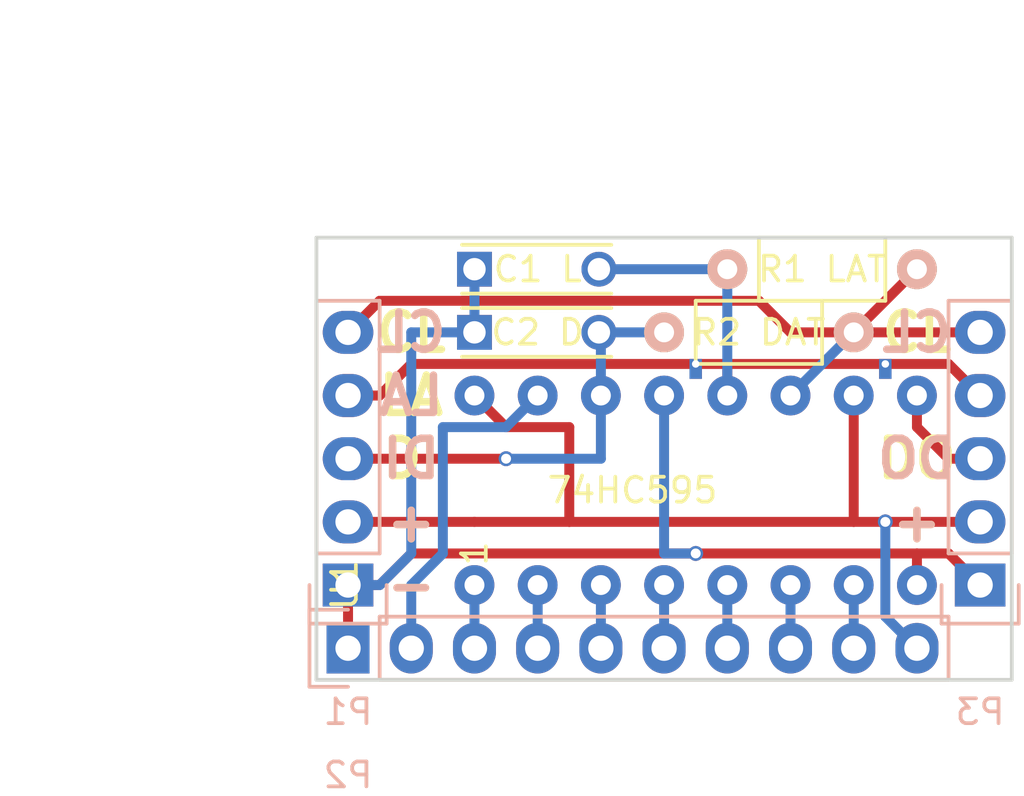
<source format=kicad_pcb>
(kicad_pcb (version 4) (host pcbnew 4.0.4-stable)

  (general
    (links 30)
    (no_connects 0)
    (area 90.094999 92.634999 118.185001 110.565001)
    (thickness 1.6)
    (drawings 22)
    (tracks 66)
    (zones 0)
    (modules 10)
    (nets 15)
  )

  (page A4)
  (layers
    (0 F.Cu signal)
    (31 B.Cu signal)
    (32 B.Adhes user)
    (33 F.Adhes user)
    (34 B.Paste user)
    (35 F.Paste user)
    (36 B.SilkS user)
    (37 F.SilkS user)
    (38 B.Mask user hide)
    (39 F.Mask user hide)
    (40 Dwgs.User user hide)
    (41 Cmts.User user hide)
    (42 Eco1.User user hide)
    (43 Eco2.User user hide)
    (44 Edge.Cuts user)
    (45 Margin user hide)
    (46 B.CrtYd user hide)
    (47 F.CrtYd user hide)
    (48 B.Fab user hide)
    (49 F.Fab user hide)
  )

  (setup
    (last_trace_width 0.25)
    (trace_clearance 0.2)
    (zone_clearance 0.508)
    (zone_45_only no)
    (trace_min 0.2)
    (segment_width 0.2)
    (edge_width 0.15)
    (via_size 0.6)
    (via_drill 0.4)
    (via_min_size 0.4)
    (via_min_drill 0.3)
    (uvia_size 0.3)
    (uvia_drill 0.1)
    (uvias_allowed no)
    (uvia_min_size 0.2)
    (uvia_min_drill 0.1)
    (pcb_text_width 0.3)
    (pcb_text_size 1.5 1.5)
    (mod_edge_width 0.15)
    (mod_text_size 1 1)
    (mod_text_width 0.15)
    (pad_size 1.6 1.6)
    (pad_drill 0.8)
    (pad_to_mask_clearance 0.2)
    (aux_axis_origin 0 0)
    (visible_elements 7FFFFFFF)
    (pcbplotparams
      (layerselection 0x00030_80000001)
      (usegerberextensions false)
      (excludeedgelayer true)
      (linewidth 0.100000)
      (plotframeref false)
      (viasonmask false)
      (mode 1)
      (useauxorigin false)
      (hpglpennumber 1)
      (hpglpenspeed 20)
      (hpglpendiameter 15)
      (hpglpenoverlay 2)
      (psnegative false)
      (psa4output false)
      (plotreference true)
      (plotvalue true)
      (plotinvisibletext false)
      (padsonsilk false)
      (subtractmaskfromsilk false)
      (outputformat 1)
      (mirror false)
      (drillshape 1)
      (scaleselection 1)
      (outputdirectory ""))
  )

  (net 0 "")
  (net 1 GND)
  (net 2 "Net-(CS1-Pad2)")
  (net 3 "Net-(CT1-Pad2)")
  (net 4 VCC)
  (net 5 "Net-(P1-Pad5)")
  (net 6 "Net-(P2-Pad2)")
  (net 7 "Net-(P2-Pad3)")
  (net 8 "Net-(P2-Pad4)")
  (net 9 "Net-(P2-Pad5)")
  (net 10 "Net-(P2-Pad6)")
  (net 11 "Net-(P2-Pad7)")
  (net 12 "Net-(P2-Pad8)")
  (net 13 "Net-(P2-Pad9)")
  (net 14 "Net-(P3-Pad3)")

  (net_class Default "Toto je výchozí třída sítě."
    (clearance 0.2)
    (trace_width 0.25)
    (via_dia 0.6)
    (via_drill 0.4)
    (uvia_dia 0.3)
    (uvia_drill 0.1)
  )

  (net_class 1mm ""
    (clearance 0.2)
    (trace_width 0.4)
    (via_dia 0.6)
    (via_drill 0.4)
    (uvia_dia 0.3)
    (uvia_drill 0.1)
    (add_net GND)
    (add_net "Net-(CS1-Pad2)")
    (add_net "Net-(CT1-Pad2)")
    (add_net "Net-(P1-Pad5)")
    (add_net "Net-(P2-Pad2)")
    (add_net "Net-(P2-Pad3)")
    (add_net "Net-(P2-Pad4)")
    (add_net "Net-(P2-Pad5)")
    (add_net "Net-(P2-Pad6)")
    (add_net "Net-(P2-Pad7)")
    (add_net "Net-(P2-Pad8)")
    (add_net "Net-(P2-Pad9)")
    (add_net "Net-(P3-Pad3)")
    (add_net VCC)
  )

  (module Measurement_Points:Measurement_Point_Square-TH_Small (layer F.Cu) (tedit 583C8C2C) (tstamp 583C8BB9)
    (at 105.41 97.79)
    (descr "Mesurement Point, Square, Trough Hole,  1.5mm x 1.5mm, Drill 0.8mm,")
    (tags "Mesurement Point Square Trough Hole 1.5x1.5mm Drill 0.8mm")
    (attr virtual)
    (fp_text reference "" (at 0 -2) (layer F.SilkS) hide
      (effects (font (size 1 1) (thickness 0.15)))
    )
    (fp_text value " " (at 0 2) (layer F.Fab)
      (effects (font (size 1 1) (thickness 0.15)))
    )
    (fp_line (start -1 -1) (end 1 -1) (layer F.CrtYd) (width 0.05))
    (fp_line (start 1 -1) (end 1 1) (layer F.CrtYd) (width 0.05))
    (fp_line (start 1 1) (end -1 1) (layer F.CrtYd) (width 0.05))
    (fp_line (start -1 1) (end -1 -1) (layer F.CrtYd) (width 0.05))
    (pad 1 thru_hole rect (at 0 0) (size 0.5 0.8) (drill 0.3 (offset 0 0.2)) (layers *.Cu *.Mask))
  )

  (module Measurement_Points:Measurement_Point_Square-TH_Small (layer F.Cu) (tedit 583C8C50) (tstamp 583C86F2)
    (at 113.03 97.79)
    (descr "Mesurement Point, Square, Trough Hole,  1.5mm x 1.5mm, Drill 0.8mm,")
    (tags "Mesurement Point Square Trough Hole 1.5x1.5mm Drill 0.8mm")
    (attr virtual)
    (fp_text reference "" (at 0 -2) (layer F.SilkS) hide
      (effects (font (size 1 1) (thickness 0.15)))
    )
    (fp_text value "" (at 0 2) (layer F.Fab)
      (effects (font (size 1 1) (thickness 0.15)))
    )
    (fp_line (start -1 -1) (end 1 -1) (layer F.CrtYd) (width 0.05))
    (fp_line (start 1 -1) (end 1 1) (layer F.CrtYd) (width 0.05))
    (fp_line (start 1 1) (end -1 1) (layer F.CrtYd) (width 0.05))
    (fp_line (start -1 1) (end -1 -1) (layer F.CrtYd) (width 0.05))
    (pad 1 thru_hole rect (at 0 0) (size 0.5 0.8) (drill 0.3 (offset 0 0.2)) (layers *.Cu *.Mask))
  )

  (module Housings_DIP:DIP-16_W7.62mm (layer F.Cu) (tedit 583C8151) (tstamp 583ACE56)
    (at 96.52 106.68 90)
    (descr "16-lead dip package, row spacing 7.62 mm (300 mils)")
    (tags "dil dip 2.54 300")
    (path /583ACC67)
    (fp_text reference U1 (at 0 -5.22 90) (layer F.SilkS)
      (effects (font (size 1 1) (thickness 0.15)))
    )
    (fp_text value 74HC595 (at 3.81 6.35 180) (layer F.SilkS)
      (effects (font (size 1 1) (thickness 0.15)))
    )
    (fp_text user 1 (at 1.27 0 90) (layer F.SilkS)
      (effects (font (size 1 1) (thickness 0.15)))
    )
    (fp_line (start -1.05 -2.45) (end -1.05 20.25) (layer F.CrtYd) (width 0.05))
    (fp_line (start 8.65 -2.45) (end 8.65 20.25) (layer F.CrtYd) (width 0.05))
    (fp_line (start -1.05 -2.45) (end 8.65 -2.45) (layer F.CrtYd) (width 0.05))
    (fp_line (start -1.05 20.25) (end 8.65 20.25) (layer F.CrtYd) (width 0.05))
    (pad 1 thru_hole oval (at 0 0 90) (size 1.6 1.6) (drill 0.8) (layers *.Cu *.Mask)
      (net 7 "Net-(P2-Pad3)"))
    (pad 2 thru_hole oval (at 0 2.54 90) (size 1.6 1.6) (drill 0.8) (layers *.Cu *.Mask)
      (net 8 "Net-(P2-Pad4)"))
    (pad 3 thru_hole oval (at 0 5.08 90) (size 1.6 1.6) (drill 0.8) (layers *.Cu *.Mask)
      (net 9 "Net-(P2-Pad5)"))
    (pad 4 thru_hole oval (at 0 7.62 90) (size 1.6 1.6) (drill 0.8) (layers *.Cu *.Mask)
      (net 10 "Net-(P2-Pad6)"))
    (pad 5 thru_hole oval (at 0 10.16 90) (size 1.6 1.6) (drill 0.8) (layers *.Cu *.Mask)
      (net 11 "Net-(P2-Pad7)"))
    (pad 6 thru_hole oval (at 0 12.7 90) (size 1.6 1.6) (drill 0.8) (layers *.Cu *.Mask)
      (net 12 "Net-(P2-Pad8)"))
    (pad 7 thru_hole oval (at 0 15.24 90) (size 1.6 1.6) (drill 0.8) (layers *.Cu *.Mask)
      (net 13 "Net-(P2-Pad9)"))
    (pad 8 thru_hole oval (at 0 17.78 90) (size 1.6 1.6) (drill 0.8) (layers *.Cu *.Mask)
      (net 1 GND))
    (pad 9 thru_hole oval (at 7.62 17.78 90) (size 1.6 1.6) (drill 0.8) (layers *.Cu *.Mask)
      (net 14 "Net-(P3-Pad3)"))
    (pad 10 thru_hole oval (at 7.62 15.24 90) (size 1.6 1.6) (drill 0.8) (layers *.Cu *.Mask)
      (net 4 VCC))
    (pad 11 thru_hole oval (at 7.62 12.7 90) (size 1.6 1.6) (drill 0.8) (layers *.Cu *.Mask)
      (net 5 "Net-(P1-Pad5)"))
    (pad 12 thru_hole oval (at 7.62 10.16 90) (size 1.6 1.6) (drill 0.8) (layers *.Cu *.Mask)
      (net 3 "Net-(CT1-Pad2)"))
    (pad 13 thru_hole oval (at 7.62 7.62 90) (size 1.6 1.6) (drill 0.8) (layers *.Cu *.Mask)
      (net 1 GND))
    (pad 14 thru_hole oval (at 7.62 5.08 90) (size 1.6 1.6) (drill 0.8) (layers *.Cu *.Mask)
      (net 2 "Net-(CS1-Pad2)"))
    (pad 15 thru_hole oval (at 7.62 2.54 90) (size 1.6 1.6) (drill 0.8) (layers *.Cu *.Mask)
      (net 6 "Net-(P2-Pad2)"))
    (pad 16 thru_hole oval (at 7.62 0 90) (size 1.6 1.6) (drill 0.8) (layers *.Cu *.Mask)
      (net 4 VCC))
    (model Housings_DIP.3dshapes/DIP-16_W7.62mm.wrl
      (at (xyz 0 0 0))
      (scale (xyz 1 1 1))
      (rotate (xyz 0 0 0))
    )
  )

  (module Capacitors_ThroughHole:C_Disc_D6_P5 (layer F.Cu) (tedit 583C75A1) (tstamp 583ACDCA)
    (at 96.52 96.52)
    (descr "Capacitor 6mm Disc, Pitch 5mm")
    (tags Capacitor)
    (path /583ACC75)
    (fp_text reference "C2 D" (at 2.54 0) (layer F.SilkS)
      (effects (font (size 1 1) (thickness 0.15)))
    )
    (fp_text value C (at 2.5 3.5) (layer F.Fab)
      (effects (font (size 1 1) (thickness 0.15)))
    )
    (fp_line (start -0.95 -2.5) (end 5.95 -2.5) (layer F.CrtYd) (width 0.05))
    (fp_line (start 5.95 -2.5) (end 5.95 2.5) (layer F.CrtYd) (width 0.05))
    (fp_line (start 5.95 2.5) (end -0.95 2.5) (layer F.CrtYd) (width 0.05))
    (fp_line (start -0.95 2.5) (end -0.95 -2.5) (layer F.CrtYd) (width 0.05))
    (fp_line (start -0.5 -0.98) (end 5.5 -0.98) (layer F.SilkS) (width 0.15))
    (fp_line (start 5.5 0.98) (end -0.5 0.98) (layer F.SilkS) (width 0.15))
    (pad 1 thru_hole rect (at 0 0) (size 1.4 1.4) (drill 0.9) (layers *.Cu *.Mask)
      (net 1 GND))
    (pad 2 thru_hole circle (at 5 0) (size 1.4 1.4) (drill 0.9) (layers *.Cu *.Mask)
      (net 2 "Net-(CS1-Pad2)"))
    (model Capacitors_ThroughHole.3dshapes/C_Disc_D6_P5.wrl
      (at (xyz 0.0984252 0 0))
      (scale (xyz 1 1 1))
      (rotate (xyz 0 0 0))
    )
  )

  (module Capacitors_ThroughHole:C_Disc_D6_P5 (layer F.Cu) (tedit 583C75B1) (tstamp 583ACDD6)
    (at 96.52 93.98)
    (descr "Capacitor 6mm Disc, Pitch 5mm")
    (tags Capacitor)
    (path /583ACC76)
    (fp_text reference "C1 L" (at 2.54 0) (layer F.SilkS)
      (effects (font (size 1 1) (thickness 0.15)))
    )
    (fp_text value C (at 2.5 3.5) (layer F.Fab)
      (effects (font (size 1 1) (thickness 0.15)))
    )
    (fp_line (start -0.95 -2.5) (end 5.95 -2.5) (layer F.CrtYd) (width 0.05))
    (fp_line (start 5.95 -2.5) (end 5.95 2.5) (layer F.CrtYd) (width 0.05))
    (fp_line (start 5.95 2.5) (end -0.95 2.5) (layer F.CrtYd) (width 0.05))
    (fp_line (start -0.95 2.5) (end -0.95 -2.5) (layer F.CrtYd) (width 0.05))
    (fp_line (start -0.5 -0.98) (end 5.5 -0.98) (layer F.SilkS) (width 0.15))
    (fp_line (start 5.5 0.98) (end -0.5 0.98) (layer F.SilkS) (width 0.15))
    (pad 1 thru_hole rect (at 0 0) (size 1.4 1.4) (drill 0.9) (layers *.Cu *.Mask)
      (net 1 GND))
    (pad 2 thru_hole circle (at 5 0) (size 1.4 1.4) (drill 0.9) (layers *.Cu *.Mask)
      (net 3 "Net-(CT1-Pad2)"))
    (model Capacitors_ThroughHole.3dshapes/C_Disc_D6_P5.wrl
      (at (xyz 0.0984252 0 0))
      (scale (xyz 1 1 1))
      (rotate (xyz 0 0 0))
    )
  )

  (module Pin_Headers:Pin_Header_Straight_1x05 (layer B.Cu) (tedit 583C7E49) (tstamp 583ACDEA)
    (at 91.44 106.68)
    (descr "Through hole pin header")
    (tags "pin header")
    (path /583ACC69)
    (fp_text reference P1 (at 0 5.1) (layer B.SilkS)
      (effects (font (size 1 1) (thickness 0.15)) (justify mirror))
    )
    (fp_text value CONN_01X05 (at 0 10.16) (layer B.Fab)
      (effects (font (size 1 1) (thickness 0.15)) (justify mirror))
    )
    (fp_line (start -1.55 0) (end -1.55 1.55) (layer B.SilkS) (width 0.15))
    (fp_line (start -1.55 1.55) (end 1.55 1.55) (layer B.SilkS) (width 0.15))
    (fp_line (start 1.55 1.55) (end 1.55 0) (layer B.SilkS) (width 0.15))
    (fp_line (start -1.75 1.75) (end -1.75 -11.95) (layer B.CrtYd) (width 0.05))
    (fp_line (start 1.75 1.75) (end 1.75 -11.95) (layer B.CrtYd) (width 0.05))
    (fp_line (start -1.75 1.75) (end 1.75 1.75) (layer B.CrtYd) (width 0.05))
    (fp_line (start -1.75 -11.95) (end 1.75 -11.95) (layer B.CrtYd) (width 0.05))
    (fp_line (start 1.27 -1.27) (end 1.27 -11.43) (layer B.SilkS) (width 0.15))
    (fp_line (start 1.27 -11.43) (end -1.27 -11.43) (layer B.SilkS) (width 0.15))
    (fp_line (start -1.27 -11.43) (end -1.27 -1.27) (layer B.SilkS) (width 0.15))
    (fp_line (start 1.27 -1.27) (end -1.27 -1.27) (layer B.SilkS) (width 0.15))
    (pad 1 thru_hole rect (at 0 0) (size 2.032 1.7272) (drill 1.016) (layers *.Cu *.Mask)
      (net 1 GND))
    (pad 2 thru_hole oval (at 0 -2.54) (size 2.032 1.7272) (drill 1.016) (layers *.Cu *.Mask)
      (net 4 VCC))
    (pad 3 thru_hole oval (at 0 -5.08) (size 2.032 1.7272) (drill 1.016) (layers *.Cu *.Mask)
      (net 2 "Net-(CS1-Pad2)"))
    (pad 4 thru_hole oval (at 0 -7.62) (size 2.032 1.7272) (drill 1.016) (layers *.Cu *.Mask)
      (net 3 "Net-(CT1-Pad2)"))
    (pad 5 thru_hole oval (at 0 -10.16) (size 2.032 1.7272) (drill 1.016) (layers *.Cu *.Mask)
      (net 5 "Net-(P1-Pad5)"))
    (model Pin_Headers.3dshapes/Pin_Header_Straight_1x05.wrl
      (at (xyz 0 -0.2 0))
      (scale (xyz 1 1 1))
      (rotate (xyz 0 0 90))
    )
  )

  (module Socket_Strips:Socket_Strip_Straight_1x10 (layer B.Cu) (tedit 583C7E4F) (tstamp 583ACE03)
    (at 91.44 109.22)
    (descr "Through hole socket strip")
    (tags "socket strip")
    (path /583ACC68)
    (fp_text reference P2 (at 0 5.1) (layer B.SilkS)
      (effects (font (size 1 1) (thickness 0.15)) (justify mirror))
    )
    (fp_text value CONN_01X10 (at 0 11.43) (layer B.Fab)
      (effects (font (size 1 1) (thickness 0.15)) (justify mirror))
    )
    (fp_line (start -1.75 1.75) (end -1.75 -1.75) (layer B.CrtYd) (width 0.05))
    (fp_line (start 24.65 1.75) (end 24.65 -1.75) (layer B.CrtYd) (width 0.05))
    (fp_line (start -1.75 1.75) (end 24.65 1.75) (layer B.CrtYd) (width 0.05))
    (fp_line (start -1.75 -1.75) (end 24.65 -1.75) (layer B.CrtYd) (width 0.05))
    (fp_line (start 1.27 -1.27) (end 24.13 -1.27) (layer B.SilkS) (width 0.15))
    (fp_line (start 24.13 -1.27) (end 24.13 1.27) (layer B.SilkS) (width 0.15))
    (fp_line (start 24.13 1.27) (end 1.27 1.27) (layer B.SilkS) (width 0.15))
    (fp_line (start -1.55 -1.55) (end 0 -1.55) (layer B.SilkS) (width 0.15))
    (fp_line (start 1.27 -1.27) (end 1.27 1.27) (layer B.SilkS) (width 0.15))
    (fp_line (start 0 1.55) (end -1.55 1.55) (layer B.SilkS) (width 0.15))
    (fp_line (start -1.55 1.55) (end -1.55 -1.55) (layer B.SilkS) (width 0.15))
    (pad 1 thru_hole rect (at 0 0) (size 1.7272 2.032) (drill 1.016) (layers *.Cu *.Mask)
      (net 1 GND))
    (pad 2 thru_hole oval (at 2.54 0) (size 1.7272 2.032) (drill 1.016) (layers *.Cu *.Mask)
      (net 6 "Net-(P2-Pad2)"))
    (pad 3 thru_hole oval (at 5.08 0) (size 1.7272 2.032) (drill 1.016) (layers *.Cu *.Mask)
      (net 7 "Net-(P2-Pad3)"))
    (pad 4 thru_hole oval (at 7.62 0) (size 1.7272 2.032) (drill 1.016) (layers *.Cu *.Mask)
      (net 8 "Net-(P2-Pad4)"))
    (pad 5 thru_hole oval (at 10.16 0) (size 1.7272 2.032) (drill 1.016) (layers *.Cu *.Mask)
      (net 9 "Net-(P2-Pad5)"))
    (pad 6 thru_hole oval (at 12.7 0) (size 1.7272 2.032) (drill 1.016) (layers *.Cu *.Mask)
      (net 10 "Net-(P2-Pad6)"))
    (pad 7 thru_hole oval (at 15.24 0) (size 1.7272 2.032) (drill 1.016) (layers *.Cu *.Mask)
      (net 11 "Net-(P2-Pad7)"))
    (pad 8 thru_hole oval (at 17.78 0) (size 1.7272 2.032) (drill 1.016) (layers *.Cu *.Mask)
      (net 12 "Net-(P2-Pad8)"))
    (pad 9 thru_hole oval (at 20.32 0) (size 1.7272 2.032) (drill 1.016) (layers *.Cu *.Mask)
      (net 13 "Net-(P2-Pad9)"))
    (pad 10 thru_hole oval (at 22.86 0) (size 1.7272 2.032) (drill 1.016) (layers *.Cu *.Mask)
      (net 4 VCC))
    (model Socket_Strips.3dshapes/Socket_Strip_Straight_1x10.wrl
      (at (xyz 0.45 0 0))
      (scale (xyz 1 1 1))
      (rotate (xyz 0 0 180))
    )
  )

  (module Pin_Headers:Pin_Header_Straight_1x05 (layer B.Cu) (tedit 583C7E2A) (tstamp 583ACE17)
    (at 116.84 106.68)
    (descr "Through hole pin header")
    (tags "pin header")
    (path /583ACC6A)
    (fp_text reference P3 (at 0 5.1) (layer B.SilkS)
      (effects (font (size 1 1) (thickness 0.15)) (justify mirror))
    )
    (fp_text value CONN_01X05 (at 0 10.16) (layer B.Fab)
      (effects (font (size 1 1) (thickness 0.15)) (justify mirror))
    )
    (fp_line (start -1.55 0) (end -1.55 1.55) (layer B.SilkS) (width 0.15))
    (fp_line (start -1.55 1.55) (end 1.55 1.55) (layer B.SilkS) (width 0.15))
    (fp_line (start 1.55 1.55) (end 1.55 0) (layer B.SilkS) (width 0.15))
    (fp_line (start -1.75 1.75) (end -1.75 -11.95) (layer B.CrtYd) (width 0.05))
    (fp_line (start 1.75 1.75) (end 1.75 -11.95) (layer B.CrtYd) (width 0.05))
    (fp_line (start -1.75 1.75) (end 1.75 1.75) (layer B.CrtYd) (width 0.05))
    (fp_line (start -1.75 -11.95) (end 1.75 -11.95) (layer B.CrtYd) (width 0.05))
    (fp_line (start 1.27 -1.27) (end 1.27 -11.43) (layer B.SilkS) (width 0.15))
    (fp_line (start 1.27 -11.43) (end -1.27 -11.43) (layer B.SilkS) (width 0.15))
    (fp_line (start -1.27 -11.43) (end -1.27 -1.27) (layer B.SilkS) (width 0.15))
    (fp_line (start 1.27 -1.27) (end -1.27 -1.27) (layer B.SilkS) (width 0.15))
    (pad 1 thru_hole rect (at 0 0) (size 2.032 1.7272) (drill 1.016) (layers *.Cu *.Mask)
      (net 1 GND))
    (pad 2 thru_hole oval (at 0 -2.54) (size 2.032 1.7272) (drill 1.016) (layers *.Cu *.Mask)
      (net 4 VCC))
    (pad 3 thru_hole oval (at 0 -5.08) (size 2.032 1.7272) (drill 1.016) (layers *.Cu *.Mask)
      (net 14 "Net-(P3-Pad3)"))
    (pad 4 thru_hole oval (at 0 -7.62) (size 2.032 1.7272) (drill 1.016) (layers *.Cu *.Mask)
      (net 3 "Net-(CT1-Pad2)"))
    (pad 5 thru_hole oval (at 0 -10.16) (size 2.032 1.7272) (drill 1.016) (layers *.Cu *.Mask)
      (net 5 "Net-(P1-Pad5)"))
    (model Pin_Headers.3dshapes/Pin_Header_Straight_1x05.wrl
      (at (xyz 0 -0.2 0))
      (scale (xyz 1 1 1))
      (rotate (xyz 0 0 90))
    )
  )

  (module Resistors_ThroughHole:Resistor_Horizontal_RM7mm (layer F.Cu) (tedit 583C7529) (tstamp 583AF6B4)
    (at 104.14 96.52)
    (descr "Resistor, Axial,  RM 7.62mm, 1/3W,")
    (tags "Resistor Axial RM 7.62mm 1/3W R3")
    (path /583ACC73)
    (fp_text reference "R2 DAT" (at 3.81 0) (layer F.SilkS)
      (effects (font (size 1 1) (thickness 0.15)))
    )
    (fp_text value R (at 3.81 3.81) (layer F.Fab)
      (effects (font (size 1 1) (thickness 0.15)))
    )
    (fp_line (start -1.25 -1.5) (end 8.85 -1.5) (layer F.CrtYd) (width 0.05))
    (fp_line (start -1.25 1.5) (end -1.25 -1.5) (layer F.CrtYd) (width 0.05))
    (fp_line (start 8.85 -1.5) (end 8.85 1.5) (layer F.CrtYd) (width 0.05))
    (fp_line (start -1.25 1.5) (end 8.85 1.5) (layer F.CrtYd) (width 0.05))
    (fp_line (start 1.27 -1.27) (end 6.35 -1.27) (layer F.SilkS) (width 0.15))
    (fp_line (start 6.35 -1.27) (end 6.35 1.27) (layer F.SilkS) (width 0.15))
    (fp_line (start 6.35 1.27) (end 1.27 1.27) (layer F.SilkS) (width 0.15))
    (fp_line (start 1.27 1.27) (end 1.27 -1.27) (layer F.SilkS) (width 0.15))
    (pad 1 thru_hole circle (at 0 0) (size 1.6 1.6) (drill 0.8) (layers *.Cu *.SilkS *.Mask)
      (net 2 "Net-(CS1-Pad2)"))
    (pad 2 thru_hole circle (at 7.62 0) (size 1.6 1.6) (drill 0.8) (layers *.Cu *.SilkS *.Mask)
      (net 5 "Net-(P1-Pad5)"))
  )

  (module Resistors_ThroughHole:Resistor_Horizontal_RM7mm (layer F.Cu) (tedit 583C7536) (tstamp 583AF6C1)
    (at 106.68 93.98)
    (descr "Resistor, Axial,  RM 7.62mm, 1/3W,")
    (tags "Resistor Axial RM 7.62mm 1/3W R3")
    (path /583ACC74)
    (fp_text reference "R1 LAT" (at 3.81 0) (layer F.SilkS)
      (effects (font (size 1 1) (thickness 0.15)))
    )
    (fp_text value R (at 3.81 3.81) (layer F.Fab)
      (effects (font (size 1 1) (thickness 0.15)))
    )
    (fp_line (start -1.25 -1.5) (end 8.85 -1.5) (layer F.CrtYd) (width 0.05))
    (fp_line (start -1.25 1.5) (end -1.25 -1.5) (layer F.CrtYd) (width 0.05))
    (fp_line (start 8.85 -1.5) (end 8.85 1.5) (layer F.CrtYd) (width 0.05))
    (fp_line (start -1.25 1.5) (end 8.85 1.5) (layer F.CrtYd) (width 0.05))
    (fp_line (start 1.27 -1.27) (end 6.35 -1.27) (layer F.SilkS) (width 0.15))
    (fp_line (start 6.35 -1.27) (end 6.35 1.27) (layer F.SilkS) (width 0.15))
    (fp_line (start 6.35 1.27) (end 1.27 1.27) (layer F.SilkS) (width 0.15))
    (fp_line (start 1.27 1.27) (end 1.27 -1.27) (layer F.SilkS) (width 0.15))
    (pad 1 thru_hole circle (at 0 0) (size 1.6 1.6) (drill 0.8) (layers *.Cu *.SilkS *.Mask)
      (net 3 "Net-(CT1-Pad2)"))
    (pad 2 thru_hole circle (at 7.62 0) (size 1.6 1.6) (drill 0.8) (layers *.Cu *.SilkS *.Mask)
      (net 5 "Net-(P1-Pad5)"))
  )

  (gr_text CL (at 114.3 96.52) (layer B.SilkS)
    (effects (font (size 1.5 1.5) (thickness 0.3)) (justify mirror))
  )
  (gr_text CL (at 114.3 96.52) (layer F.SilkS)
    (effects (font (size 1.5 1.5) (thickness 0.3)))
  )
  (gr_text + (at 114.3 104.14) (layer F.SilkS)
    (effects (font (size 1.5 1.5) (thickness 0.3)))
  )
  (gr_text + (at 114.3 104.14) (layer B.SilkS)
    (effects (font (size 1.5 1.5) (thickness 0.3)) (justify mirror))
  )
  (gr_text DO (at 114.3 101.6) (layer B.SilkS)
    (effects (font (size 1.5 1.5) (thickness 0.3)) (justify mirror))
  )
  (gr_text DO (at 114.3 101.6) (layer F.SilkS)
    (effects (font (size 1.5 1.5) (thickness 0.3)))
  )
  (gr_text + (at 93.98 104.14) (layer B.SilkS)
    (effects (font (size 1.5 1.5) (thickness 0.3)) (justify mirror))
  )
  (gr_text CL (at 93.98 96.52) (layer B.SilkS)
    (effects (font (size 1.5 1.5) (thickness 0.3)) (justify mirror))
  )
  (gr_text LA (at 93.98 99.06) (layer B.SilkS)
    (effects (font (size 1.5 1.5) (thickness 0.3)) (justify mirror))
  )
  (gr_text DI (at 93.98 101.6) (layer B.SilkS)
    (effects (font (size 1.5 1.5) (thickness 0.3)) (justify mirror))
  )
  (gr_text - (at 93.98 106.68) (layer B.SilkS)
    (effects (font (size 1.5 1.5) (thickness 0.3)) (justify mirror))
  )
  (gr_text CL (at 93.98 96.52) (layer F.SilkS)
    (effects (font (size 1.5 1.5) (thickness 0.3)))
  )
  (gr_text LA (at 93.98 99.06) (layer F.SilkS)
    (effects (font (size 1.5 1.5) (thickness 0.3)))
  )
  (gr_text DI (at 93.98 101.6) (layer F.SilkS)
    (effects (font (size 1.5 1.5) (thickness 0.3)))
  )
  (gr_text - (at 93.98 106.68) (layer F.SilkS)
    (effects (font (size 1.5 1.5) (thickness 0.3)))
  )
  (gr_text + (at 93.98 104.14) (layer F.SilkS)
    (effects (font (size 1.5 1.5) (thickness 0.3)))
  )
  (gr_line (start 90.17 92.71) (end 118.11 92.71) (angle 90) (layer Edge.Cuts) (width 0.15))
  (gr_line (start 90.17 110.49) (end 90.17 92.71) (angle 90) (layer Edge.Cuts) (width 0.15))
  (gr_line (start 118.11 110.49) (end 90.17 110.49) (angle 90) (layer Edge.Cuts) (width 0.15))
  (gr_line (start 118.11 92.71) (end 118.11 110.49) (angle 90) (layer Edge.Cuts) (width 0.15))
  (dimension 17.78 (width 0.3) (layer B.Paste)
    (gr_text "17,780 mm" (at 83.74 101.6 270) (layer B.Paste)
      (effects (font (size 1.5 1.5) (thickness 0.3)))
    )
    (feature1 (pts (xy 87.63 110.49) (xy 82.39 110.49)))
    (feature2 (pts (xy 87.63 92.71) (xy 82.39 92.71)))
    (crossbar (pts (xy 85.09 92.71) (xy 85.09 110.49)))
    (arrow1a (pts (xy 85.09 110.49) (xy 84.503579 109.363496)))
    (arrow1b (pts (xy 85.09 110.49) (xy 85.676421 109.363496)))
    (arrow2a (pts (xy 85.09 92.71) (xy 84.503579 93.836504)))
    (arrow2b (pts (xy 85.09 92.71) (xy 85.676421 93.836504)))
  )
  (dimension 27.94 (width 0.3) (layer B.Paste)
    (gr_text "27,940 mm" (at 104.14 85.01) (layer B.Paste)
      (effects (font (size 1.5 1.5) (thickness 0.3)))
    )
    (feature1 (pts (xy 118.11 90.17) (xy 118.11 83.66)))
    (feature2 (pts (xy 90.17 90.17) (xy 90.17 83.66)))
    (crossbar (pts (xy 90.17 86.36) (xy 118.11 86.36)))
    (arrow1a (pts (xy 118.11 86.36) (xy 116.983496 86.946421)))
    (arrow1b (pts (xy 118.11 86.36) (xy 116.983496 85.773579)))
    (arrow2a (pts (xy 90.17 86.36) (xy 91.296504 86.946421)))
    (arrow2b (pts (xy 90.17 86.36) (xy 91.296504 85.773579)))
  )

  (segment (start 91.44 106.68) (end 92.71 106.68) (width 0.4) (layer B.Cu) (net 1))
  (segment (start 93.98 96.52) (end 96.52 96.52) (width 0.4) (layer B.Cu) (net 1) (tstamp 583B2A48))
  (segment (start 93.98 105.41) (end 93.98 96.52) (width 0.4) (layer B.Cu) (net 1) (tstamp 583B2A3B))
  (segment (start 92.71 106.68) (end 93.98 105.41) (width 0.4) (layer B.Cu) (net 1) (tstamp 583B2A38))
  (segment (start 93.98 105.41) (end 92.71 106.68) (width 0.4) (layer F.Cu) (net 1))
  (segment (start 105.41 105.41) (end 93.98 105.41) (width 0.4) (layer F.Cu) (net 1) (tstamp 583B189F))
  (segment (start 92.71 106.68) (end 91.44 106.68) (width 0.4) (layer F.Cu) (net 1) (tstamp 583B29E8))
  (segment (start 91.44 106.68) (end 91.44 109.22) (width 0.4) (layer F.Cu) (net 1) (tstamp 583B29EC))
  (segment (start 96.52 96.52) (end 96.52 93.98) (width 0.4) (layer B.Cu) (net 1) (tstamp 583B1FD5))
  (segment (start 114.3 105.41) (end 114.3 106.68) (width 0.4) (layer F.Cu) (net 1))
  (segment (start 104.14 99.06) (end 104.14 105.41) (width 0.4) (layer B.Cu) (net 1))
  (via (at 105.41 105.41) (size 0.6) (drill 0.4) (layers F.Cu B.Cu) (net 1))
  (segment (start 104.14 105.41) (end 105.41 105.41) (width 0.4) (layer B.Cu) (net 1) (tstamp 583B1A00))
  (segment (start 115.57 105.41) (end 116.84 106.68) (width 0.4) (layer F.Cu) (net 1) (tstamp 583B18A8))
  (segment (start 114.3 105.41) (end 115.57 105.41) (width 0.4) (layer F.Cu) (net 1) (tstamp 583B18A2))
  (segment (start 105.41 105.41) (end 114.3 105.41) (width 0.4) (layer F.Cu) (net 1) (tstamp 583B1A0D))
  (segment (start 91.44 101.6) (end 97.79 101.6) (width 0.4) (layer F.Cu) (net 2))
  (segment (start 101.6 101.6) (end 101.6 99.06) (width 0.4) (layer B.Cu) (net 2) (tstamp 583C6913))
  (segment (start 97.79 101.6) (end 101.6 101.6) (width 0.4) (layer B.Cu) (net 2) (tstamp 583C6912))
  (via (at 97.79 101.6) (size 0.6) (drill 0.4) (layers F.Cu B.Cu) (net 2))
  (segment (start 101.6 99.06) (end 101.6 96.6) (width 0.4) (layer B.Cu) (net 2))
  (segment (start 101.6 96.6) (end 101.68 96.52) (width 0.4) (layer B.Cu) (net 2) (tstamp 583B1FB2))
  (segment (start 101.68 96.52) (end 104.14 96.52) (width 0.4) (layer B.Cu) (net 2) (tstamp 583B1FB3))
  (segment (start 106.68 93.98) (end 106.68 99.06) (width 0.4) (layer B.Cu) (net 3) (tstamp 583B205B))
  (segment (start 93.98 97.79) (end 92.71 99.06) (width 0.4) (layer F.Cu) (net 3))
  (segment (start 106.68 97.79) (end 93.98 97.79) (width 0.4) (layer F.Cu) (net 3) (tstamp 583B1F96))
  (segment (start 92.71 99.06) (end 91.44 99.06) (width 0.4) (layer F.Cu) (net 3) (tstamp 583B2968))
  (segment (start 101.52 93.98) (end 106.68 93.98) (width 0.4) (layer B.Cu) (net 3))
  (segment (start 116.84 99.06) (end 115.57 97.79) (width 0.4) (layer F.Cu) (net 3))
  (segment (start 115.57 97.79) (end 106.68 97.79) (width 0.4) (layer F.Cu) (net 3) (tstamp 583B2031))
  (segment (start 106.68 97.79) (end 106.68 99.06) (width 0.4) (layer F.Cu) (net 3) (tstamp 583B1F9D))
  (segment (start 96.52 99.06) (end 97.79 100.33) (width 0.4) (layer F.Cu) (net 4))
  (segment (start 100.33 100.33) (end 100.33 104.14) (width 0.4) (layer F.Cu) (net 4) (tstamp 583C67EE))
  (segment (start 97.79 100.33) (end 100.33 100.33) (width 0.4) (layer F.Cu) (net 4) (tstamp 583C67E2))
  (segment (start 91.44 104.14) (end 96.52 104.14) (width 0.4) (layer F.Cu) (net 4))
  (segment (start 114.3 109.22) (end 113.03 107.95) (width 0.4) (layer B.Cu) (net 4))
  (via (at 113.03 104.14) (size 0.6) (drill 0.4) (layers F.Cu B.Cu) (net 4))
  (segment (start 113.03 105.41) (end 113.03 104.14) (width 0.4) (layer B.Cu) (net 4) (tstamp 583B20E9))
  (segment (start 113.03 107.95) (end 113.03 105.41) (width 0.4) (layer B.Cu) (net 4) (tstamp 583B20E0))
  (segment (start 111.76 99.06) (end 111.76 104.14) (width 0.4) (layer F.Cu) (net 4))
  (segment (start 96.52 104.14) (end 100.33 104.14) (width 0.4) (layer F.Cu) (net 4) (tstamp 583B1904))
  (segment (start 100.33 104.14) (end 111.76 104.14) (width 0.4) (layer F.Cu) (net 4) (tstamp 583C67FB))
  (segment (start 111.76 104.14) (end 113.03 104.14) (width 0.4) (layer F.Cu) (net 4) (tstamp 583B18FD))
  (segment (start 113.03 104.14) (end 116.84 104.14) (width 0.4) (layer F.Cu) (net 4) (tstamp 583B20F7))
  (segment (start 91.44 96.52) (end 92.71 95.25) (width 0.4) (layer F.Cu) (net 5))
  (segment (start 92.71 95.25) (end 107.95 95.25) (width 0.4) (layer F.Cu) (net 5) (tstamp 583B1F1C))
  (segment (start 107.95 95.25) (end 109.22 96.52) (width 0.4) (layer F.Cu) (net 5) (tstamp 583B1F23))
  (segment (start 109.22 96.52) (end 111.76 96.52) (width 0.4) (layer F.Cu) (net 5) (tstamp 583B1F3C))
  (segment (start 109.22 99.06) (end 111.76 96.52) (width 0.4) (layer B.Cu) (net 5))
  (segment (start 111.76 96.52) (end 116.84 96.52) (width 0.4) (layer F.Cu) (net 5))
  (segment (start 111.76 96.52) (end 114.3 93.98) (width 0.4) (layer F.Cu) (net 5) (tstamp 583B1F3E))
  (segment (start 93.98 109.22) (end 93.98 106.68) (width 0.4) (layer B.Cu) (net 6))
  (segment (start 93.98 106.68) (end 95.25 105.41) (width 0.4) (layer B.Cu) (net 6) (tstamp 583C68DA))
  (segment (start 95.25 105.41) (end 95.25 100.33) (width 0.4) (layer B.Cu) (net 6) (tstamp 583C68DE))
  (segment (start 97.79 100.33) (end 95.25 100.33) (width 0.4) (layer B.Cu) (net 6) (tstamp 583C6822))
  (segment (start 97.79 100.33) (end 99.06 99.06) (width 0.4) (layer B.Cu) (net 6))
  (segment (start 96.52 106.68) (end 96.52 109.22) (width 0.4) (layer B.Cu) (net 7))
  (segment (start 99.06 106.68) (end 99.06 109.22) (width 0.4) (layer B.Cu) (net 8))
  (segment (start 101.6 106.68) (end 101.6 109.22) (width 0.4) (layer B.Cu) (net 9))
  (segment (start 104.14 106.68) (end 104.14 109.22) (width 0.4) (layer B.Cu) (net 10))
  (segment (start 106.68 106.68) (end 106.68 109.22) (width 0.4) (layer B.Cu) (net 11))
  (segment (start 109.22 106.68) (end 109.22 109.22) (width 0.4) (layer B.Cu) (net 12))
  (segment (start 111.76 106.68) (end 111.76 109.22) (width 0.4) (layer B.Cu) (net 13))
  (segment (start 114.3 99.06) (end 114.3 100.33) (width 0.4) (layer F.Cu) (net 14))
  (segment (start 115.57 101.6) (end 116.84 101.6) (width 0.4) (layer F.Cu) (net 14) (tstamp 583B1B86))
  (segment (start 114.3 100.33) (end 115.57 101.6) (width 0.4) (layer F.Cu) (net 14) (tstamp 583B1B7D))

)

</source>
